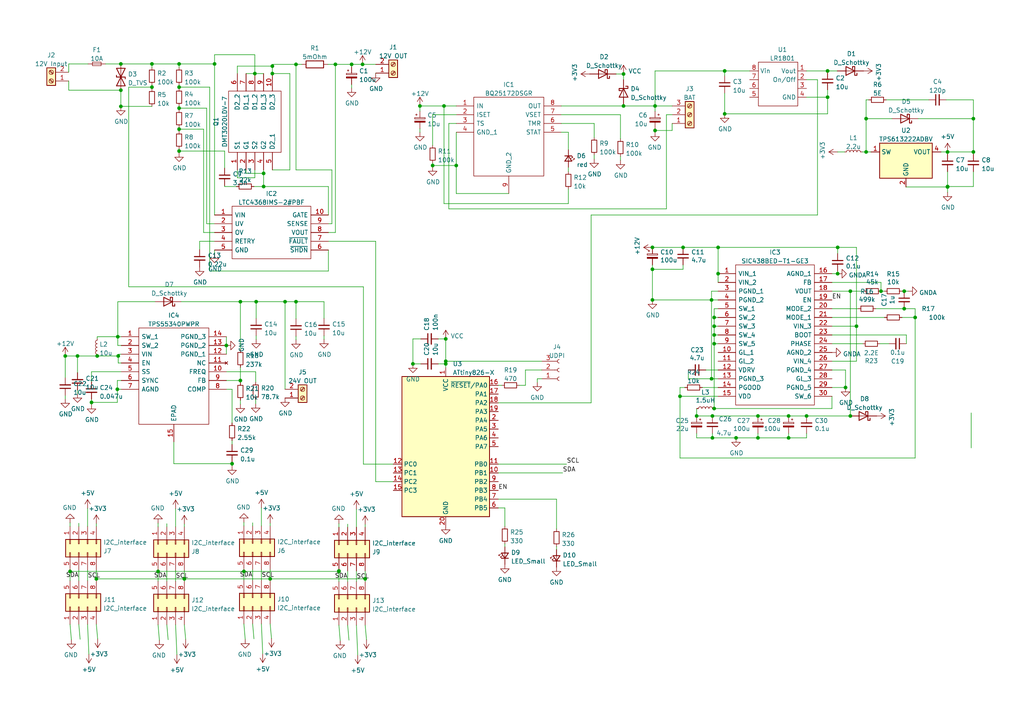
<source format=kicad_sch>
(kicad_sch (version 20211123) (generator eeschema)
  (paper "A4")
  (junction (at 82.677 87.503))
  (junction (at 206.629 127))
  (junction (at 76.454 54.102))
  (junction (at 132.334 48.006))
  (junction (at 207.137 94.615))
  (junction (at 207.137 99.695))
  (junction (at 20.32 165.735))
  (junction (at 207.137 118.491))
  (junction (at 44.069 25.273))
  (junction (at 274.828 54.102))
  (junction (at 51.943 18.542))
  (junction (at 121.793 30.734))
  (junction (at 62.23 18.542))
  (junction (at 78.994 21.336))
  (junction (at 274.828 44.069))
  (junction (at 70.739 165.735))
  (junction (at 228.727 127))
  (junction (at 26.543 116.713))
  (junction (at 189.23 71.755))
  (junction (at 242.951 71.755))
  (junction (at 44.069 18.542))
  (junction (at 85.852 87.503))
  (junction (at 125.476 48.006))
  (junction (at 51.943 37.465))
  (junction (at 189.23 78.105))
  (junction (at 251.206 44.069))
  (junction (at 35.052 30.861))
  (junction (at 69.723 87.503))
  (junction (at 119.761 105.537))
  (junction (at 28.194 103.251))
  (junction (at 210.185 20.574))
  (junction (at 35.052 18.542))
  (junction (at 105.918 167.894))
  (junction (at 101.981 18.669))
  (junction (at 35.052 26.162))
  (junction (at 98.298 165.608))
  (junction (at 262.255 89.535))
  (junction (at 207.137 92.075))
  (junction (at 78.994 19.177))
  (junction (at 51.943 25.273))
  (junction (at 207.137 97.155))
  (junction (at 246.634 84.455))
  (junction (at 208.28 71.755))
  (junction (at 242.951 79.375))
  (junction (at 129.286 105.537))
  (junction (at 34.163 97.663))
  (junction (at 255.524 84.455))
  (junction (at 219.837 127))
  (junction (at 219.837 120.65))
  (junction (at 208.28 79.375))
  (junction (at 97.282 18.669))
  (junction (at 210.185 33.02))
  (junction (at 69.723 110.363))
  (junction (at 213.487 127))
  (junction (at 51.943 43.815))
  (junction (at 206.629 120.65))
  (junction (at 53.467 167.894))
  (junction (at 189.992 37.846))
  (junction (at 245.237 112.395))
  (junction (at 282.321 44.069))
  (junction (at 129.286 104.775))
  (junction (at 180.848 30.734))
  (junction (at 274.828 54.229))
  (junction (at 240.03 28.194))
  (junction (at 189.992 30.734))
  (junction (at 189.23 86.995))
  (junction (at 197.231 114.935))
  (junction (at 206.375 86.995))
  (junction (at 105.156 18.669))
  (junction (at 198.12 71.755))
  (junction (at 180.848 21.463))
  (junction (at 34.29 103.251))
  (junction (at 98.298 165.735))
  (junction (at 233.934 120.65))
  (junction (at 27.94 167.894))
  (junction (at 251.206 34.417))
  (junction (at 51.943 31.369))
  (junction (at 74.295 87.503))
  (junction (at 76.454 50.292))
  (junction (at 248.412 94.615))
  (junction (at 85.852 18.669))
  (junction (at 128.778 30.734))
  (junction (at 18.923 103.251))
  (junction (at 34.036 112.903))
  (junction (at 73.914 21.336))
  (junction (at 228.727 120.65))
  (junction (at 265.43 92.075))
  (junction (at 67.31 134.493))
  (junction (at 282.321 34.417))
  (junction (at 22.479 103.251))
  (junction (at 78.359 167.894))
  (junction (at 65.659 100.203))
  (junction (at 246.634 120.65))
  (junction (at 129.286 98.298))
  (junction (at 262.255 84.455))
  (junction (at 202.057 120.65))
  (junction (at 45.847 165.735))
  (junction (at 240.03 20.574))
  (junction (at 206.375 109.855))
  (wire (pts (xy 70.739 165.735) (xy 98.298 165.735)))
  (wire (pts (xy 68.834 51.562) (xy 68.834 49.276)))
  (wire (pts (xy 119.761 105.537) (xy 122.047 105.537)))
  (wire (pts (xy 44.069 25.273) (xy 44.069 25.781)))
  (wire (pts (xy 233.934 120.65) (xy 228.727 120.65)))
  (wire (pts (xy 69.723 101.473) (xy 69.723 87.503)))
  (wire (pts (xy 228.727 120.65) (xy 219.837 120.65)))
  (wire (pts (xy 101.981 24.511) (xy 101.981 25.527)))
  (wire (pts (xy 50.419 128.143) (xy 50.419 134.493)))
  (wire (pts (xy 263.398 84.455) (xy 262.255 84.455)))
  (wire (pts (xy 98.298 165.608) (xy 98.298 165.735)))
  (wire (pts (xy 27.94 165.354) (xy 27.94 167.894)))
  (wire (pts (xy 60.833 25.273) (xy 51.943 25.273)))
  (wire (pts (xy 240.03 28.194) (xy 233.934 28.194)))
  (wire (pts (xy 282.321 44.704) (xy 282.321 44.069)))
  (wire (pts (xy 20.32 181.102) (xy 20.701 185.547)))
  (wire (pts (xy 20.32 165.735) (xy 45.847 165.735)))
  (wire (pts (xy 274.828 49.784) (xy 274.828 54.102)))
  (wire (pts (xy 25.4 165.354) (xy 25.4 168.402)))
  (wire (pts (xy 161.417 144.78) (xy 161.417 153.416)))
  (wire (pts (xy 105.41 134.62) (xy 114.046 134.62)))
  (wire (pts (xy 22.86 165.354) (xy 22.86 168.402)))
  (wire (pts (xy 207.137 92.075) (xy 207.137 94.615)))
  (wire (pts (xy 27.94 167.894) (xy 27.94 168.402)))
  (wire (pts (xy 251.206 34.417) (xy 251.206 28.956)))
  (wire (pts (xy 189.992 30.734) (xy 194.945 30.734)))
  (wire (pts (xy 34.036 110.363) (xy 34.036 112.903)))
  (wire (pts (xy 44.069 24.638) (xy 44.069 25.273)))
  (wire (pts (xy 67.31 122.682) (xy 67.31 112.903)))
  (wire (pts (xy 34.29 103.251) (xy 34.29 102.743)))
  (wire (pts (xy 242.951 71.755) (xy 208.28 71.755)))
  (wire (pts (xy 19.939 23.495) (xy 19.939 26.162)))
  (wire (pts (xy 262.89 97.155) (xy 262.89 99.695)))
  (wire (pts (xy 237.109 62.357) (xy 171.45 62.357)))
  (wire (pts (xy 193.294 60.579) (xy 130.175 60.579)))
  (wire (pts (xy 248.412 94.615) (xy 248.412 71.755)))
  (wire (pts (xy 219.837 127) (xy 213.487 127)))
  (wire (pts (xy 48.387 165.481) (xy 48.387 168.529)))
  (wire (pts (xy 59.944 64.897) (xy 59.944 31.369)))
  (wire (pts (xy 207.137 94.615) (xy 207.137 97.155)))
  (wire (pts (xy 144.526 137.16) (xy 163.195 137.16)))
  (wire (pts (xy 68.834 19.177) (xy 68.834 21.336)))
  (wire (pts (xy 95.25 72.517) (xy 95.25 78.613)))
  (wire (pts (xy 73.66 54.102) (xy 76.454 54.102)))
  (wire (pts (xy 179.959 33.274) (xy 162.814 33.274)))
  (wire (pts (xy 240.03 33.02) (xy 240.03 28.194)))
  (wire (pts (xy 254 89.535) (xy 262.255 89.535)))
  (wire (pts (xy 60.833 78.613) (xy 60.833 25.273)))
  (wire (pts (xy 51.943 43.18) (xy 51.943 43.815)))
  (wire (pts (xy 194.945 33.274) (xy 193.294 33.274)))
  (wire (pts (xy 128.778 59.055) (xy 128.778 30.734)))
  (wire (pts (xy 208.28 71.755) (xy 208.28 79.375)))
  (wire (pts (xy 67.31 112.903) (xy 65.659 112.903)))
  (wire (pts (xy 44.069 18.542) (xy 35.052 18.542)))
  (wire (pts (xy 274.447 28.956) (xy 282.321 28.956)))
  (wire (pts (xy 34.163 97.663) (xy 28.194 97.663)))
  (wire (pts (xy 161.417 144.78) (xy 144.526 144.78)))
  (wire (pts (xy 51.943 24.638) (xy 51.943 25.273)))
  (wire (pts (xy 103.378 181.356) (xy 103.759 189.992)))
  (wire (pts (xy 59.944 31.369) (xy 51.943 31.369)))
  (wire (pts (xy 103.378 165.608) (xy 103.378 168.656)))
  (wire (pts (xy 35.179 110.363) (xy 34.036 110.363)))
  (wire (pts (xy 67.31 134.493) (xy 67.31 135.128)))
  (wire (pts (xy 208.28 79.375) (xy 208.28 81.915)))
  (wire (pts (xy 125.476 48.006) (xy 125.476 48.387)))
  (wire (pts (xy 85.852 97.536) (xy 85.852 98.552)))
  (wire (pts (xy 207.137 97.155) (xy 208.28 97.155)))
  (wire (pts (xy 34.036 112.903) (xy 35.179 112.903)))
  (wire (pts (xy 82.677 112.903) (xy 82.677 87.503)))
  (wire (pts (xy 219.837 127) (xy 228.727 127)))
  (wire (pts (xy 189.992 30.734) (xy 189.992 32.258)))
  (wire (pts (xy 75.819 152.527) (xy 75.819 147.32)))
  (wire (pts (xy 257.048 28.956) (xy 269.367 28.956)))
  (wire (pts (xy 84.074 49.276) (xy 84.074 21.336)))
  (wire (pts (xy 74.168 110.871) (xy 74.168 107.823)))
  (wire (pts (xy 78.994 49.276) (xy 84.074 49.276)))
  (wire (pts (xy 65.659 110.363) (xy 69.723 110.363)))
  (wire (pts (xy 26.543 116.713) (xy 26.543 117.348)))
  (wire (pts (xy 73.279 152.527) (xy 73.279 151.638)))
  (wire (pts (xy 241.3 114.935) (xy 241.3 118.491)))
  (wire (pts (xy 108.966 21.209) (xy 108.966 21.336)))
  (wire (pts (xy 122.047 98.298) (xy 119.761 98.298)))
  (wire (pts (xy 202.057 120.65) (xy 202.057 118.491)))
  (wire (pts (xy 98.298 181.356) (xy 98.679 185.801)))
  (wire (pts (xy 51.943 25.273) (xy 51.943 25.654)))
  (wire (pts (xy 251.206 44.069) (xy 252.603 44.069)))
  (wire (pts (xy 34.036 112.903) (xy 34.036 116.713)))
  (wire (pts (xy 241.3 79.375) (xy 242.951 79.375)))
  (wire (pts (xy 101.981 18.669) (xy 105.156 18.669)))
  (wire (pts (xy 98.298 152.908) (xy 98.298 151.892)))
  (wire (pts (xy 93.98 97.409) (xy 93.98 98.425)))
  (wire (pts (xy 180.848 30.734) (xy 189.992 30.734)))
  (wire (pts (xy 189.23 71.755) (xy 198.12 71.755)))
  (wire (pts (xy 189.23 76.835) (xy 189.23 78.105)))
  (wire (pts (xy 208.28 84.455) (xy 206.375 84.455)))
  (wire (pts (xy 87.503 18.669) (xy 85.852 18.669)))
  (wire (pts (xy 53.467 165.481) (xy 53.467 167.894)))
  (wire (pts (xy 27.94 167.894) (xy 53.467 167.894)))
  (wire (pts (xy 193.294 33.274) (xy 193.294 60.579)))
  (wire (pts (xy 34.163 87.503) (xy 44.958 87.503)))
  (wire (pts (xy 208.28 89.535) (xy 207.137 89.535)))
  (wire (pts (xy 125.476 47.244) (xy 125.476 48.006)))
  (wire (pts (xy 210.185 20.574) (xy 210.185 21.971)))
  (wire (pts (xy 199.644 107.315) (xy 199.644 109.855)))
  (wire (pts (xy 73.914 49.276) (xy 73.914 51.562)))
  (wire (pts (xy 189.23 78.105) (xy 198.12 78.105)))
  (wire (pts (xy 35.179 105.283) (xy 34.29 105.283)))
  (wire (pts (xy 262.763 54.229) (xy 274.828 54.229)))
  (wire (pts (xy 207.137 118.491) (xy 207.137 99.695)))
  (wire (pts (xy 204.724 107.315) (xy 208.28 107.315)))
  (wire (pts (xy 71.374 49.276) (xy 71.374 50.292)))
  (wire (pts (xy 246.634 120.65) (xy 233.934 120.65)))
  (wire (pts (xy 164.846 48.514) (xy 164.846 49.784)))
  (wire (pts (xy 97.282 67.437) (xy 97.282 18.669)))
  (wire (pts (xy 65.151 43.815) (xy 51.943 43.815)))
  (wire (pts (xy 206.629 127) (xy 202.057 127)))
  (wire (pts (xy 164.846 43.434) (xy 164.846 38.354)))
  (wire (pts (xy 59.055 37.465) (xy 51.943 37.465)))
  (wire (pts (xy 62.23 72.517) (xy 62.23 73.66)))
  (wire (pts (xy 281.686 129.921) (xy 281.686 119.761)))
  (wire (pts (xy 78.359 180.975) (xy 78.74 185.166)))
  (wire (pts (xy 95.25 69.977) (xy 108.966 69.977)))
  (wire (pts (xy 26.543 107.823) (xy 26.543 110.744)))
  (wire (pts (xy 26.543 115.824) (xy 26.543 116.713)))
  (wire (pts (xy 65.659 97.663) (xy 65.659 100.203)))
  (wire (pts (xy 95.25 64.897) (xy 96.266 64.897)))
  (wire (pts (xy 25.4 152.654) (xy 25.4 147.447)))
  (wire (pts (xy 101.981 18.669) (xy 101.981 19.431)))
  (wire (pts (xy 25.4 181.102) (xy 25.781 189.738)))
  (wire (pts (xy 28.194 97.663) (xy 28.194 98.171)))
  (wire (pts (xy 255.524 81.915) (xy 255.524 84.455)))
  (wire (pts (xy 144.526 134.62) (xy 164.338 134.62)))
  (wire (pts (xy 194.945 37.846) (xy 189.992 37.846)))
  (wire (pts (xy 125.476 33.274) (xy 125.476 42.164)))
  (wire (pts (xy 45.847 181.229) (xy 46.228 185.674)))
  (wire (pts (xy 51.943 37.465) (xy 51.943 38.1)))
  (wire (pts (xy 73.279 165.227) (xy 73.279 168.275)))
  (wire (pts (xy 34.29 102.743) (xy 35.179 102.743)))
  (wire (pts (xy 78.994 19.177) (xy 78.994 18.669)))
  (wire (pts (xy 34.036 116.713) (xy 26.543 116.713)))
  (wire (pts (xy 65.151 48.768) (xy 65.151 43.815)))
  (wire (pts (xy 241.3 89.535) (xy 248.92 89.535)))
  (wire (pts (xy 242.951 44.069) (xy 244.983 44.069)))
  (wire (pts (xy 197.231 112.395) (xy 197.231 114.935)))
  (wire (pts (xy 265.43 132.842) (xy 265.43 92.075)))
  (wire (pts (xy 108.966 139.7) (xy 114.046 139.7)))
  (wire (pts (xy 127.127 105.537) (xy 129.286 105.537)))
  (wire (pts (xy 53.467 181.229) (xy 53.848 185.42)))
  (wire (pts (xy 105.156 18.669) (xy 108.966 18.669)))
  (wire (pts (xy 164.846 38.354) (xy 162.814 38.354)))
  (wire (pts (xy 125.476 48.006) (xy 132.334 48.006)))
  (wire (pts (xy 152.4 111.76) (xy 150.622 111.76)))
  (wire (pts (xy 240.03 26.035) (xy 240.03 28.194)))
  (wire (pts (xy 179.959 40.259) (xy 179.959 33.274)))
  (wire (pts (xy 248.412 71.755) (xy 242.951 71.755)))
  (wire (pts (xy 241.3 104.775) (xy 248.412 104.775)))
  (wire (pts (xy 74.168 107.823) (xy 65.659 107.823)))
  (wire (pts (xy 189.992 37.846) (xy 189.992 38.354)))
  (wire (pts (xy 84.074 21.336) (xy 78.994 21.336)))
  (wire (pts (xy 50.927 152.781) (xy 50.927 147.574)))
  (wire (pts (xy 22.479 113.157) (xy 22.479 114.173)))
  (wire (pts (xy 69.723 87.503) (xy 52.578 87.503)))
  (wire (pts (xy 22.86 152.654) (xy 22.86 151.765)))
  (wire (pts (xy 206.375 109.855) (xy 208.28 109.855)))
  (wire (pts (xy 51.943 18.542) (xy 51.943 19.558)))
  (wire (pts (xy 265.43 92.075) (xy 265.43 89.535)))
  (wire (pts (xy 85.852 49.276) (xy 85.852 18.669)))
  (wire (pts (xy 206.629 125.73) (xy 206.629 127)))
  (wire (pts (xy 241.3 94.615) (xy 248.412 94.615)))
  (wire (pts (xy 57.912 69.977) (xy 57.912 72.39)))
  (wire (pts (xy 96.266 64.897) (xy 96.266 49.276)))
  (wire (pts (xy 282.321 44.069) (xy 274.828 44.069)))
  (wire (pts (xy 98.298 165.735) (xy 98.298 168.656)))
  (wire (pts (xy 179.959 45.339) (xy 179.959 46.482)))
  (wire (pts (xy 69.723 116.078) (xy 69.723 117.221)))
  (wire (pts (xy 241.3 118.491) (xy 207.137 118.491)))
  (wire (pts (xy 22.86 181.102) (xy 23.241 185.42)))
  (wire (pts (xy 258.699 34.417) (xy 251.206 34.417)))
  (wire (pts (xy 207.137 99.695) (xy 208.28 99.695)))
  (wire (pts (xy 45.847 165.735) (xy 45.847 168.529)))
  (wire (pts (xy 132.334 56.134) (xy 147.574 56.134)))
  (wire (pts (xy 95.25 62.357) (xy 95.25 54.102)))
  (wire (pts (xy 207.137 89.535) (xy 207.137 92.075)))
  (wire (pts (xy 217.424 20.574) (xy 210.185 20.574)))
  (wire (pts (xy 50.419 134.493) (xy 67.31 134.493)))
  (wire (pts (xy 62.23 15.875) (xy 62.23 18.542)))
  (wire (pts (xy 50.927 181.229) (xy 51.308 189.865)))
  (wire (pts (xy 74.295 87.503) (xy 74.295 92.329)))
  (wire (pts (xy 219.837 125.73) (xy 219.837 127)))
  (wire (pts (xy 97.282 18.669) (xy 95.123 18.669)))
  (wire (pts (xy 53.467 152.781) (xy 53.467 152.019)))
  (wire (pts (xy 62.23 18.542) (xy 62.23 62.357)))
  (wire (pts (xy 73.914 21.336) (xy 76.454 21.336)))
  (wire (pts (xy 18.923 103.251) (xy 22.479 103.251)))
  (wire (pts (xy 161.417 158.496) (xy 161.417 159.385)))
  (wire (pts (xy 180.848 23.114) (xy 180.848 21.463)))
  (wire (pts (xy 65.151 54.102) (xy 65.151 53.848)))
  (wire (pts (xy 241.3 99.695) (xy 250.19 99.695)))
  (wire (pts (xy 242.951 71.755) (xy 242.951 73.533)))
  (wire (pts (xy 67.31 133.985) (xy 67.31 134.493)))
  (wire (pts (xy 62.23 64.897) (xy 59.944 64.897)))
  (wire (pts (xy 132.334 33.274) (xy 125.476 33.274)))
  (wire (pts (xy 208.28 114.935) (xy 197.231 114.935)))
  (wire (pts (xy 95.25 78.613) (xy 60.833 78.613)))
  (wire (pts (xy 22.479 103.251) (xy 28.194 103.251)))
  (wire (pts (xy 44.069 18.542) (xy 51.943 18.542)))
  (wire (pts (xy 37.338 25.273) (xy 37.338 83.185)))
  (wire (pts (xy 93.98 92.329) (xy 93.98 87.503)))
  (wire (pts (xy 129.286 104.775) (xy 157.099 104.775)))
  (wire (pts (xy 45.847 152.781) (xy 45.847 151.765)))
  (wire (pts (xy 78.359 165.227) (xy 78.359 167.894)))
  (wire (pts (xy 171.45 116.84) (xy 144.526 116.84)))
  (wire (pts (xy 50.927 165.481) (xy 50.927 168.529)))
  (wire (pts (xy 59.055 67.437) (xy 59.055 37.465)))
  (wire (pts (xy 25.527 18.542) (xy 19.939 18.542)))
  (wire (pts (xy 146.431 152.654) (xy 146.431 147.32)))
  (wire (pts (xy 189.992 20.574) (xy 189.992 30.734)))
  (wire (pts (xy 34.29 105.283) (xy 34.29 103.251)))
  (wire (pts (xy 180.848 21.463) (xy 178.689 21.463)))
  (wire (pts (xy 27.94 152.654) (xy 27.94 151.892)))
  (wire (pts (xy 128.778 30.734) (xy 121.793 30.734)))
  (wire (pts (xy 237.109 23.114) (xy 237.109 62.357)))
  (wire (pts (xy 240.03 20.955) (xy 240.03 20.574)))
  (wire (pts (xy 155.829 109.855) (xy 157.099 109.855)))
  (wire (pts (xy 51.943 30.734) (xy 51.943 31.369)))
  (wire (pts (xy 20.32 165.735) (xy 20.32 168.402)))
  (wire (pts (xy 48.387 152.781) (xy 48.387 151.892)))
  (wire (pts (xy 189.23 86.995) (xy 189.23 78.105)))
  (wire (pts (xy 146.431 157.734) (xy 146.431 158.623)))
  (wire (pts (xy 73.914 15.875) (xy 73.914 21.336)))
  (wire (pts (xy 82.677 87.503) (xy 74.295 87.503)))
  (wire (pts (xy 228.727 127) (xy 233.934 127)))
  (wire (pts (xy 162.814 30.734) (xy 180.848 30.734)))
  (wire (pts (xy 206.375 84.455) (xy 206.375 86.995)))
  (wire (pts (xy 241.3 107.315) (xy 245.237 107.315)))
  (wire (pts (xy 155.829 110.871) (xy 155.829 109.855)))
  (wire (pts (xy 48.387 181.229) (xy 48.768 185.547)))
  (wire (pts (xy 189.992 20.574) (xy 210.185 20.574)))
  (wire (pts (xy 78.359 152.527) (xy 78.359 151.765)))
  (wire (pts (xy 241.3 92.075) (xy 256.54 92.075)))
  (wire (pts (xy 202.057 125.73) (xy 202.057 127)))
  (wire (pts (xy 251.206 34.417) (xy 251.206 44.069)))
  (wire (pts (xy 73.914 15.875) (xy 62.23 15.875)))
  (wire (pts (xy 35.052 18.542) (xy 30.607 18.542)))
  (wire (pts (xy 74.168 115.951) (xy 74.168 117.094)))
  (wire (pts (xy 240.03 20.574) (xy 233.934 20.574)))
  (wire (pts (xy 68.58 54.102) (xy 65.151 54.102)))
  (wire (pts (xy 105.918 181.356) (xy 106.299 185.547)))
  (wire (pts (xy 146.431 147.32) (xy 144.526 147.32)))
  (wire (pts (xy 119.761 98.298) (xy 119.761 105.537)))
  (wire (pts (xy 241.3 84.455) (xy 246.634 84.455)))
  (wire (pts (xy 199.644 109.855) (xy 206.375 109.855)))
  (wire (pts (xy 251.206 28.956) (xy 251.968 28.956)))
  (wire (pts (xy 73.914 51.562) (xy 68.834 51.562)))
  (wire (pts (xy 130.175 35.814) (xy 132.334 35.814)))
  (wire (pts (xy 69.723 106.553) (xy 69.723 110.363)))
  (wire (pts (xy 75.819 165.227) (xy 75.819 168.275)))
  (wire (pts (xy 35.179 107.823) (xy 26.543 107.823)))
  (wire (pts (xy 35.052 30.861) (xy 35.052 26.162)))
  (wire (pts (xy 70.739 165.227) (xy 70.739 165.735)))
  (wire (pts (xy 51.943 18.542) (xy 62.23 18.542)))
  (wire (pts (xy 121.793 30.734) (xy 121.793 32.258)))
  (wire (pts (xy 245.237 112.395) (xy 241.3 112.395)))
  (wire (pts (xy 108.966 69.977) (xy 108.966 139.7)))
  (wire (pts (xy 34.163 97.663) (xy 34.163 87.503)))
  (wire (pts (xy 207.137 92.075) (xy 208.28 92.075)))
  (wire (pts (xy 105.918 152.908) (xy 105.918 152.146)))
  (wire (pts (xy 144.526 111.76) (xy 145.542 111.76)))
  (wire (pts (xy 266.319 34.417) (xy 282.321 34.417)))
  (wire (pts (xy 71.374 21.336) (xy 73.914 21.336)))
  (wire (pts (xy 228.727 125.73) (xy 228.727 127)))
  (wire (pts (xy 129.286 104.775) (xy 129.286 105.537)))
  (wire (pts (xy 246.634 84.455) (xy 250.444 84.455)))
  (wire (pts (xy 248.412 104.775) (xy 248.412 94.615)))
  (wire (pts (xy 18.923 114.681) (xy 18.923 115.697)))
  (wire (pts (xy 75.819 180.975) (xy 76.2 189.611)))
  (wire (pts (xy 241.3 81.915) (xy 255.524 81.915)))
  (wire (pts (xy 282.321 34.417) (xy 282.321 44.069)))
  (wire (pts (xy 74.295 97.409) (xy 74.295 98.425)))
  (wire (pts (xy 129.286 98.298) (xy 129.286 104.775)))
  (wire (pts (xy 241.3 97.155) (xy 262.89 97.155)))
  (wire (pts (xy 34.163 100.203) (xy 34.163 97.663)))
  (wire (pts (xy 37.338 83.185) (xy 105.41 83.185)))
  (wire (pts (xy 198.12 78.105) (xy 198.12 76.835)))
  (wire (pts (xy 78.359 167.894) (xy 78.359 168.275)))
  (wire (pts (xy 78.359 167.894) (xy 105.918 167.894)))
  (wire (pts (xy 233.934 23.114) (xy 237.109 23.114)))
  (wire (pts (xy 121.793 37.338) (xy 121.793 38.354)))
  (wire (pts (xy 261.62 92.075) (xy 265.43 92.075)))
  (wire (pts (xy 203.708 112.395) (xy 208.28 112.395)))
  (wire (pts (xy 132.334 38.354) (xy 132.334 48.006)))
  (wire (pts (xy 20.32 152.654) (xy 20.32 151.638)))
  (wire (pts (xy 67.31 127.762) (xy 67.31 128.905)))
  (wire (pts (xy 53.467 167.894) (xy 78.359 167.894)))
  (wire (pts (xy 35.179 97.663) (xy 34.163 97.663)))
  (wire (pts (xy 22.479 103.251) (xy 22.479 108.077)))
  (wire (pts (xy 129.286 98.298) (xy 127.127 98.298)))
  (wire (pts (xy 103.378 152.908) (xy 103.378 147.701)))
  (wire (pts (xy 189.992 37.338) (xy 189.992 37.846)))
  (wire (pts (xy 51.943 43.815) (xy 51.943 44.323)))
  (wire (pts (xy 78.994 21.336) (xy 78.994 19.177)))
  (wire (pts (xy 255.524 84.455) (xy 256.54 84.455)))
  (wire (pts (xy 197.231 114.935) (xy 197.231 132.842)))
  (wire (pts (xy 210.185 27.051) (xy 210.185 33.02)))
  (wire (pts (xy 164.846 59.055) (xy 128.778 59.055)))
  (wire (pts (xy 246.634 84.455) (xy 246.634 120.65)))
  (wire (pts (xy 219.837 120.65) (xy 206.629 120.65)))
  (wire (pts (xy 172.339 35.814) (xy 162.814 35.814)))
  (wire (pts (xy 206.375 86.995) (xy 206.375 109.855)))
  (wire (pts (xy 132.334 30.734) (xy 128.778 30.734)))
  (wire (pts (xy 262.255 84.455) (xy 261.62 84.455)))
  (wire (pts (xy 62.23 69.977) (xy 57.912 69.977)))
  (wire (pts (xy 130.175 60.579) (xy 130.175 35.814)))
  (wire (pts (xy 194.945 35.814) (xy 194.945 37.846)))
  (wire (pts (xy 20.32 165.354) (xy 20.32 165.735)))
  (wire (pts (xy 240.03 20.574) (xy 242.824 20.574)))
  (wire (pts (xy 282.321 49.784) (xy 282.321 54.102)))
  (wire (pts (xy 51.943 36.957) (xy 51.943 37.465)))
  (wire (pts (xy 164.846 54.864) (xy 164.846 59.055)))
  (wire (pts (xy 245.237 107.315) (xy 245.237 112.395)))
  (wire (pts (xy 242.951 79.375) (xy 242.951 78.613)))
  (wire (pts (xy 152.4 107.315) (xy 152.4 111.76)))
  (wire (pts (xy 78.994 18.669) (xy 85.852 18.669)))
  (wire (pts (xy 197.231 132.842) (xy 265.43 132.842)))
  (wire (pts (xy 274.828 44.069) (xy 272.923 44.069)))
  (wire (pts (xy 27.94 181.102) (xy 28.321 185.293)))
  (wire (pts (xy 172.339 44.958) (xy 172.339 46.101)))
  (wire (pts (xy 97.282 18.669) (xy 101.981 18.669)))
  (wire (pts (xy 210.185 33.02) (xy 240.03 33.02)))
  (wire (pts (xy 70.739 165.735) (xy 70.739 168.275)))
  (wire (pts (xy 71.374 50.292) (xy 76.454 50.292)))
  (wire (pts (xy 18.923 103.251) (xy 18.923 109.601)))
  (wire (pts (xy 76.454 54.102) (xy 76.454 50.292)))
  (wire (pts (xy 69.723 110.363) (xy 69.723 110.998)))
  (wire (pts (xy 207.137 97.155) (xy 207.137 99.695)))
  (wire (pts (xy 233.934 125.73) (xy 233.934 127)))
  (wire (pts (xy 53.467 167.894) (xy 53.467 168.529)))
  (wire (pts (xy 70.739 152.527) (xy 70.739 151.511)))
  (wire (pts (xy 85.852 87.503) (xy 82.677 87.503)))
  (wire (pts (xy 105.41 83.185) (xy 105.41 134.62)))
  (wire (pts (xy 262.255 89.535) (xy 265.43 89.535)))
  (wire (pts (xy 96.266 49.276) (xy 85.852 49.276)))
  (wire (pts (xy 93.98 87.503) (xy 85.852 87.503)))
  (wire (pts (xy 74.295 87.503) (xy 69.723 87.503)))
  (wire (pts (xy 35.179 100.203) (xy 34.163 100.203)))
  (wire (pts (xy 44.069 19.558) (xy 44.069 18.542)))
  (wire (pts (xy 28.194 103.251) (xy 34.29 103.251)))
  (wire (pts (xy 76.454 50.292) (xy 76.454 49.276)))
  (wire (pts (xy 213.487 127) (xy 206.629 127)))
  (wire (pts (xy 100.838 181.356) (xy 101.219 185.674)))
  (wire (pts (xy 44.069 25.273) (xy 37.338 25.273)))
  (wire (pts (xy 274.828 54.229) (xy 274.828 55.753)))
  (wire (pts (xy 85.852 92.456) (xy 85.852 87.503)))
  (wire (pts (xy 95.25 67.437) (xy 97.282 67.437)))
  (wire (pts (xy 274.828 44.704) (xy 274.828 44.069)))
  (wire (pts (xy 206.375 86.995) (xy 189.23 86.995)))
  (wire (pts (xy 171.45 62.357) (xy 171.45 116.84)))
  (wire (pts (xy 282.321 54.102) (xy 274.828 54.102)))
  (wire (pts (xy 208.28 86.995) (xy 206.375 86.995)))
  (wire (pts (xy 132.334 48.006) (xy 132.334 56.134)))
  (wire (pts (xy 95.25 54.102) (xy 76.454 54.102)))
  (wire (pts (xy 250.063 44.069) (xy 251.206 44.069)))
  (wire (pts (xy 282.321 28.956) (xy 282.321 34.417)))
  (wire (pts (xy 129.286 105.537) (xy 129.286 106.68)))
  (wire (pts (xy 207.137 94.615) (xy 208.28 94.615)))
  (wire (pts (xy 19.939 18.542) (xy 19.939 20.955)))
  (wire (pts (xy 78.994 19.177) (xy 68.834 19.177)))
  (wire (pts (xy 70.739 180.975) (xy 71.12 185.42)))
  (wire (pts (xy 255.27 99.695) (xy 257.81 99.695)))
  (wire (pts (xy 105.918 165.608) (xy 105.918 167.894)))
  (wire (pts (xy 206.629 120.65) (xy 202.057 120.65)))
  (wire (pts (xy 100.838 152.908) (xy 100.838 152.019)))
  (wire (pts (xy 105.918 167.894) (xy 105.918 168.656)))
  (wire (pts (xy 62.23 67.437) (xy 59.055 67.437)))
  (wire (pts (xy 274.828 54.102) (xy 274.828 54.229)))
  (wire (pts (xy 198.12 71.755) (xy 208.28 71.755)))
  (wire (pts (xy 198.628 112.395) (xy 197.231 112.395)))
  (wire (pts (xy 100.838 165.608) (xy 100.838 168.656)))
  (wire (pts (xy 45.847 165.735) (xy 70.739 165.735)))
  (wire (pts (xy 157.099 107.315) (xy 152.4 107.315)))
  (wire (pts (xy 44.069 30.861) (xy 35.052 30.861)))
  (wire (pts (xy 45.847 165.481) (xy 45.847 165.735)))
  (wire (pts (xy 172.339 39.878) (xy 172.339 35.814)))
  (wire (pts (xy 51.943 31.369) (xy 51.943 31.877)))
  (wire (pts (xy 19.939 26.162) (xy 35.052 26.162)))
  (wire (pts (xy 65.659 100.203) (xy 65.659 102.743)))
  (wire (pts (xy 73.279 180.975) (xy 73.66 185.293)))
  (label "SCL" (at 164.338 134.62 0))
  (label "SCL" (at 75.819 167.767 0))
  (label "SDA" (at 48.387 167.894 180))
  (label "SDA" (at 73.279 167.64 180))
  (label "EN" (at 241.3 86.995 0))
  (label "SCL" (at 25.4 167.894 0))
  (label "EN" (at 144.526 142.24 0))
  (label "SDA" (at 22.86 167.767 180))
  (label "SCL" (at 50.927 168.021 0))
  (label "SCL" (at 103.378 168.148 0))
  (label "SDA" (at 100.838 168.021 180))
  (label "SDA" (at 163.195 137.16 0))
  (symbol (lib_id "Device:D_Schottky") (at 174.879 21.463 180) (unit 1)
    (property "Reference" "D2" (at 175.1965 16.4932 0))
    (property "Value" "D_Schottky" (at 175.1965 19.0301 0))
    (property "Footprint" "Diode_SMD:D_SOD-128" (effects hide))
  )
  (symbol (lib_id "Device:C_Small") (at 57.912 74.93 0) (unit 1)
    (property "Reference" "C13" (at 60.2361 74.1016 0) (effects (justify left)))
    (property "Value" "0.22u" (at 60.2361 76.6385 0) (effects (justify left)))
    (property "Footprint" "Capacitor_SMD:C_0805_2012Metric_Pad1.18x1.45mm_HandSolder" (effects hide))
  )
  (symbol (lib_id "power:GND") (at 82.677 115.443 0) (unit 1)
    (property "Reference" "#PWR031" (effects hide))
    (property "Value" "GND" (at 82.804 119.8372 0))
  )
  (symbol (lib_id "Device:C_Small") (at 242.951 76.073 0) (unit 1)
    (property "Reference" "C12" (at 245.2878 74.9046 0) (effects (justify left)))
    (property "Value" "0.1u" (at 245.2878 77.216 0) (effects (justify left)))
    (property "Footprint" "Capacitor_SMD:C_0805_2012Metric_Pad1.18x1.45mm_HandSolder" (effects hide))
  )
  (symbol (lib_id "power_board-rescue:CP_Small-Device") (at 189.23 74.295 0) (unit 1)
    (property "Reference" "C10" (at 191.4652 73.1266 0) (effects (justify left)))
    (property "Value" "100u" (at 191.4652 75.438 0) (effects (justify left)))
    (property "Footprint" "Capacitor_SMD:CP_Elec_8x10.5" (effects hide))
  )
  (symbol (lib_id "SIC438BED-T1-GE3:SIC438BED-T1-GE3") (at 208.28 79.375 0) (unit 1)
    (property "Reference" "IC3" (at 224.79 73.186 0))
    (property "Value" "SIC438BED-T1-GE3" (at 224.79 75.7229 0))
    (property "Footprint" "SIC438BED-T1-GE3:SIC438BEDT1GE3" (effects hide))
    (property "Datasheet" "https://componentsearchengine.com/Datasheets/1/SIC438BED-T1-GE3.pdf" (effects hide))
    (property "Description" "Switching Voltage Regulators 3-28V 8A 50uA microBUCK MLP44-24" (effects hide))
    (property "Height" "0.8" (effects hide))
    (property "Manufacturer_Name" "Vishay" (effects hide))
    (property "Manufacturer_Part_Number" "SIC438BED-T1-GE3" (effects hide))
    (property "Mouser Part Number" "78-SIC438BED-T1-GE3" (effects hide))
    (property "Mouser Price/Stock" "https://www.mouser.co.uk/ProductDetail/Vishay-Siliconix/SIC438BED-T1-GE3?qs=wd5RIQLrsJhAHAqoS3ITiQ%3D%3D" (effects hide))
    (property "Arrow Part Number" "SIC438BED-T1-GE3" (effects hide))
    (property "Arrow Price/Stock" "https://www.arrow.com/en/products/sic438bed-t1-ge3/vishay?region=nac" (effects hide))
  )
  (symbol (lib_id "power_board-rescue:CP_Small-Device") (at 228.727 123.19 0) (mirror y) (unit 1)
    (property "Reference" "C28" (at 226.4918 122.0216 0) (effects (justify left)))
    (property "Value" "100u" (at 226.4918 124.333 0) (effects (justify left)))
    (property "Footprint" "Capacitor_SMD:CP_Elec_6.3x3.9" (effects hide))
  )
  (symbol (lib_id "VNA-rescue:+3.3V-power") (at 106.299 185.547 0) (mirror x) (unit 1)
    (property "Reference" "#PWR059" (effects hide))
    (property "Value" "+3.3V" (at 106.68 189.9412 0))
  )
  (symbol (lib_id "Device:C_Small") (at 22.479 110.617 180) (unit 1)
    (property "Reference" "C21" (at 24.8031 109.7759 0) (effects (justify right)))
    (property "Value" "10u" (at 24.8031 112.3128 0) (effects (justify right)))
    (property "Footprint" "Capacitor_SMD:C_0805_2012Metric_Pad1.18x1.45mm_HandSolder" (effects hide))
  )
  (symbol (lib_id "power:GND") (at 70.739 151.511 180) (unit 1)
    (property "Reference" "#PWR043" (effects hide))
    (property "Value" "GND" (at 70.612 147.1168 0))
  )
  (symbol (lib_id "power:+5V") (at 25.4 147.447 0) (mirror y) (unit 1)
    (property "Reference" "#PWR040" (effects hide))
    (property "Value" "+5V" (at 25.4 143.0036 0))
  )
  (symbol (lib_id "power:GND") (at 189.992 38.354 0) (mirror y) (unit 1)
    (property "Reference" "#PWR011" (effects hide))
    (property "Value" "GND" (at 189.865 42.7482 0))
  )
  (symbol (lib_id "power:GND") (at 69.723 117.221 0) (unit 1)
    (property "Reference" "#PWR034" (effects hide))
    (property "Value" "GND" (at 69.85 121.6152 0))
  )
  (symbol (lib_id "Device:C_Small") (at 233.934 123.19 0) (unit 1)
    (property "Reference" "C30" (at 236.2708 122.0216 0) (effects (justify left)))
    (property "Value" "0.1u" (at 236.2708 124.333 0) (effects (justify left)))
    (property "Footprint" "Capacitor_SMD:C_0805_2012Metric_Pad1.18x1.45mm_HandSolder" (effects hide))
  )
  (symbol (lib_id "Regulator_Switching:TPS613222ADBV") (at 262.763 46.609 0) (unit 1)
    (property "Reference" "U2" (at 262.763 37.8292 0))
    (property "Value" "TPS613222ADBV" (at 262.763 40.3661 0))
    (property "Footprint" "Package_TO_SOT_SMD:SOT-23-5" (effects hide))
    (property "Datasheet" "http://www.ti.com/lit/ds/symlink/tps61322.pdf" (effects hide))
  )
  (symbol (lib_id "power:GND") (at 121.793 38.354 0) (unit 1)
    (property "Reference" "#PWR010" (effects hide))
    (property "Value" "GND" (at 121.92 42.7482 0))
  )
  (symbol (lib_id "Device:R_Small") (at 161.417 155.956 0) (unit 1)
    (property "Reference" "R26" (at 162.9156 155.1213 0) (effects (justify left)))
    (property "Value" "330" (at 162.9156 157.6582 0) (effects (justify left)))
    (property "Footprint" "Resistor_SMD:R_0805_2012Metric_Pad1.20x1.40mm_HandSolder" (effects hide))
  )
  (symbol (lib_id "Device:C_Small") (at 124.587 98.298 90) (unit 1)
    (property "Reference" "C18" (at 123.7586 95.9739 0) (effects (justify left)))
    (property "Value" "100n" (at 126.2955 95.9739 0) (effects (justify left)))
    (property "Footprint" "Capacitor_SMD:C_0805_2012Metric_Pad1.18x1.45mm_HandSolder" (effects hide))
  )
  (symbol (lib_id "Device:R_Small") (at 51.943 22.098 0) (unit 1)
    (property "Reference" "R3" (at 53.4416 21.2633 0) (effects (justify left)))
    (property "Value" "100k" (at 53.4416 23.8002 0) (effects (justify left)))
    (property "Footprint" "Resistor_SMD:R_0805_2012Metric_Pad1.20x1.40mm_HandSolder" (effects hide))
  )
  (symbol (lib_id "Device:D_Schottky") (at 262.509 34.417 180) (unit 1)
    (property "Reference" "D5" (at 262.8265 29.4472 0))
    (property "Value" "D_Schottky" (at 262.8265 31.9841 0))
    (property "Footprint" "Diode_SMD:D_SOD-128" (effects hide))
  )
  (symbol (lib_id "power:GND") (at 74.295 98.425 0) (unit 1)
    (property "Reference" "#PWR023" (effects hide))
    (property "Value" "GND" (at 74.422 102.8192 0))
  )
  (symbol (lib_id "power:GND") (at 189.23 86.995 0) (unit 1)
    (property "Reference" "#PWR066" (effects hide))
    (property "Value" "GND" (at 189.357 91.3892 0))
  )
  (symbol (lib_id "power:GND") (at 65.659 100.203 90) (unit 1)
    (property "Reference" "#PWR026" (effects hide))
    (property "Value" "GND" (at 70.0532 100.076 0))
  )
  (symbol (lib_id "Device:C_Small") (at 210.185 24.511 0) (unit 1)
    (property "Reference" "C3" (at 212.5091 23.6826 0) (effects (justify left)))
    (property "Value" "10u" (at 212.5091 26.2195 0) (effects (justify left)))
    (property "Footprint" "Capacitor_SMD:C_0805_2012Metric_Pad1.18x1.45mm_HandSolder" (effects hide))
  )
  (symbol (lib_id "Connector:Screw_Terminal_01x03") (at 200.025 33.274 0) (mirror x) (unit 1)
    (property "Reference" "J3" (at 200.025 25.7642 0))
    (property "Value" "BAT" (at 200.025 28.3011 0))
    (property "Footprint" "TerminalBlock:TerminalBlock_bornier-3_P5.08mm" (effects hide))
  )
  (symbol (lib_id "Device:C_Small") (at 67.31 131.445 0) (unit 1)
    (property "Reference" "C29" (at 69.6341 130.6166 0) (effects (justify left)))
    (property "Value" "0.1u" (at 69.6341 133.1535 0) (effects (justify left)))
    (property "Footprint" "Capacitor_SMD:C_0805_2012Metric_Pad1.18x1.45mm_HandSolder" (effects hide))
  )
  (symbol (lib_id "Device:LED_Small") (at 146.431 161.163 90) (unit 1)
    (property "Reference" "D9" (at 148.209 160.2648 90) (effects (justify right)))
    (property "Value" "LED_Small" (at 148.209 162.8017 90) (effects (justify right)))
    (property "Footprint" "LED_SMD:LED_0603_1608Metric_Pad1.05x0.95mm_HandSolder" (effects hide))
  )
  (symbol (lib_id "BQ25172DSGR:BQ25172DSGR") (at 132.334 30.734 0) (unit 1)
    (property "Reference" "IC1" (at 147.574 24.545 0))
    (property "Value" "BQ25172DSGR" (at 147.574 27.0819 0))
    (property "Footprint" "BQ25172DSGR:SON50P200X200X80-9N" (effects hide))
    (property "Datasheet" "https://www.arrow.com/en/products/bq25172dsgr/texas-instruments?region=nac" (effects hide))
    (property "Description" "Battery Management 0.8-A, one- to six-cell NiMH stand-alone linear charger in a QFN package" (effects hide))
    (property "Height" "0.8" (effects hide))
    (property "Manufacturer_Name" "Texas Instruments" (effects hide))
    (property "Manufacturer_Part_Number" "BQ25172DSGR" (effects hide))
    (property "Mouser Part Number" "595-BQ25172DSGR" (effects hide))
    (property "Mouser Price/Stock" "https://www.mouser.co.uk/ProductDetail/Texas-Instruments/BQ25172DSGR?qs=tlsG%2FOw5FFgckLJXIVn4PA%3D%3D" (effects hide))
    (property "Arrow Part Number" "BQ25172DSGR" (effects hide))
    (property "Arrow Price/Stock" "https://www.arrow.com/en/products/bq25172dsgr/texas-instruments?region=nac" (effects hide))
  )
  (symbol (lib_id "VNA-rescue:+3.3V-power") (at 27.94 151.892 0) (unit 1)
    (property "Reference" "#PWR047" (effects hide))
    (property "Value" "+3.3V" (at 28.321 147.4978 0))
  )
  (symbol (lib_id "Device:R_Small") (at 51.943 34.417 0) (unit 1)
    (property "Reference" "R7" (at 53.4416 33.5823 0) (effects (justify left)))
    (property "Value" "100k" (at 53.4416 36.1192 0) (effects (justify left)))
    (property "Footprint" "Resistor_SMD:R_0805_2012Metric_Pad1.20x1.40mm_HandSolder" (effects hide))
  )
  (symbol (lib_id "VNA-rescue:+3.3V-power") (at 105.918 152.146 0) (unit 1)
    (property "Reference" "#PWR050" (effects hide))
    (property "Value" "+3.3V" (at 106.299 147.7518 0))
  )
  (symbol (lib_id "Device:R_Small") (at 69.723 104.013 0) (unit 1)
    (property "Reference" "R18" (at 71.2216 103.1783 0) (effects (justify left)))
    (property "Value" "237k" (at 71.2216 105.7152 0) (effects (justify left)))
    (property "Footprint" "Resistor_SMD:R_0805_2012Metric_Pad1.20x1.40mm_HandSolder" (effects hide))
  )
  (symbol (lib_id "Device:R_Small") (at 254.508 28.956 90) (unit 1)
    (property "Reference" "R6" (at 254.508 24.5196 90))
    (property "Value" "5E" (at 254.508 27.0565 90))
    (property "Footprint" "Resistor_SMD:R_0805_2012Metric_Pad1.20x1.40mm_HandSolder" (effects hide))
  )
  (symbol (lib_id "Device:L_Small") (at 247.523 44.069 90) (unit 1)
    (property "Reference" "L1" (at 247.523 39.9882 90))
    (property "Value" "2.2u" (at 247.523 42.5251 90))
    (property "Footprint" "Inductor_SMD:L_Bourns_SRN6045TA" (effects hide))
  )
  (symbol (lib_id "Device:C_Small") (at 65.151 51.308 0) (unit 1)
    (property "Reference" "C9" (at 67.4751 50.4796 0) (effects (justify left)))
    (property "Value" "3.3n" (at 67.4751 53.0165 0) (effects (justify left)))
    (property "Footprint" "Capacitor_SMD:C_0805_2012Metric_Pad1.18x1.45mm_HandSolder" (effects hide))
  )
  (symbol (lib_id "power:GND") (at 20.32 151.638 180) (unit 1)
    (property "Reference" "#PWR044" (effects hide))
    (property "Value" "GND" (at 20.193 147.2438 0))
  )
  (symbol (lib_id "Device:C_Small") (at 18.923 112.141 180) (unit 1)
    (property "Reference" "C22" (at 21.2471 111.2999 0) (effects (justify right)))
    (property "Value" "10u" (at 21.2471 113.8368 0) (effects (justify right)))
    (property "Footprint" "Capacitor_SMD:C_0805_2012Metric_Pad1.18x1.45mm_HandSolder" (effects hide))
  )
  (symbol (lib_id "power:GND") (at 71.12 185.42 0) (mirror y) (unit 1)
    (property "Reference" "#PWR057" (effects hide))
    (property "Value" "GND" (at 70.993 189.8142 0))
  )
  (symbol (lib_id "power:+12V") (at 189.23 71.755 90) (unit 1)
    (property "Reference" "#PWR019" (effects hide))
    (property "Value" "+12V" (at 184.8358 71.374 0))
  )
  (symbol (lib_id "Connector:Screw_Terminal_01x02") (at 114.046 21.209 0) (mirror x) (unit 1)
    (property "Reference" "J1" (at 114.046 13.6992 0))
    (property "Value" "12V OUT" (at 114.046 16.2361 0))
    (property "Footprint" "TerminalBlock:TerminalBlock_bornier-2_P5.08mm" (effects hide))
  )
  (symbol (lib_id "VNA-rescue:+3.3V-power") (at 53.848 185.42 0) (mirror x) (unit 1)
    (property "Reference" "#PWR056" (effects hide))
    (property "Value" "+3.3V" (at 54.229 189.8142 0))
  )
  (symbol (lib_id "Device:R_Small") (at 148.082 111.76 90) (unit 1)
    (property "Reference" "R19" (at 148.082 107.3236 90))
    (property "Value" "470" (at 148.082 109.8605 90))
    (property "Footprint" "Resistor_SMD:R_0805_2012Metric_Pad1.20x1.40mm_HandSolder" (effects hide))
  )
  (symbol (lib_id "Device:C_Small") (at 260.35 99.695 270) (mirror x) (unit 1)
    (property "Reference" "C19" (at 260.35 104.775 90))
    (property "Value" "0.1u" (at 260.35 102.235 90))
    (property "Footprint" "Capacitor_SMD:C_0805_2012Metric_Pad1.18x1.45mm_HandSolder" (effects hide))
  )
  (symbol (lib_id "my_libs_6:LR1801") (at 226.314 24.384 0) (mirror y) (unit 1)
    (property "Reference" "U1" (at 226.949 14.385 0))
    (property "Value" "LR1801" (at 226.949 16.9219 0))
    (property "Footprint" "Package_SO:HSOP-8-1EP_3.9x4.9mm_P1.27mm_EP2.41x3.1mm_ThermalVias" (effects hide))
  )
  (symbol (lib_id "power:GND") (at 172.339 46.101 0) (unit 1)
    (property "Reference" "#PWR015" (effects hide))
    (property "Value" "GND" (at 172.466 50.4952 0))
  )
  (symbol (lib_id "Device:R_Small") (at 259.08 84.455 270) (unit 1)
    (property "Reference" "R15" (at 259.08 79.4766 90))
    (property "Value" "10k" (at 259.08 81.788 90))
    (property "Footprint" "Resistor_SMD:R_0805_2012Metric_Pad1.20x1.40mm_HandSolder" (effects hide))
  )
  (symbol (lib_id "Device:R_Small") (at 51.943 28.194 0) (unit 1)
    (property "Reference" "R4" (at 53.4416 27.3593 0) (effects (justify left)))
    (property "Value" "100k" (at 53.4416 29.8962 0) (effects (justify left)))
    (property "Footprint" "Resistor_SMD:R_0805_2012Metric_Pad1.20x1.40mm_HandSolder" (effects hide))
  )
  (symbol (lib_id "Device:R_Small") (at 252.984 84.455 270) (unit 1)
    (property "Reference" "R14" (at 252.984 79.4766 90))
    (property "Value" "45k" (at 252.984 81.788 90))
    (property "Footprint" "Resistor_SMD:R_0805_2012Metric_Pad1.20x1.40mm_HandSolder" (effects hide))
  )
  (symbol (lib_id "power:GND") (at 129.286 152.4 0) (unit 1)
    (property "Reference" "#PWR051" (effects hide))
    (property "Value" "GND" (at 129.286 156.8434 0))
  )
  (symbol (lib_id "power:+5V") (at 51.308 189.865 180) (unit 1)
    (property "Reference" "#PWR064" (effects hide))
    (property "Value" "+5V" (at 51.308 194.3084 0))
  )
  (symbol (lib_id "power:GND") (at 101.981 25.527 0) (unit 1)
    (property "Reference" "#PWR06" (effects hide))
    (property "Value" "GND" (at 102.108 29.9212 0))
  )
  (symbol (lib_id "power:VCC") (at 180.848 21.463 0) (unit 1)
    (property "Reference" "#PWR05" (effects hide))
    (property "Value" "VCC" (at 182.245 20.6268 0) (effects (justify left)))
  )
  (symbol (lib_id "TPS55340PWPR:TPS55340PWPR") (at 35.179 97.663 0) (unit 1)
    (property "Reference" "IC4" (at 50.419 91.474 0))
    (property "Value" "TPS55340PWPR" (at 50.419 94.0109 0))
    (property "Footprint" "TPS55340PWPR:SOP65P640X120-15N" (effects hide))
    (property "Datasheet" "http://www.ti.com/lit/gpn/tps55340" (effects hide))
    (property "Description" "Integrated, 5-A 40-V Wide Input Range Boost/SEPIC/Flyback DC-DC Regulator" (effects hide))
    (property "Height" "1.2" (effects hide))
    (property "Manufacturer_Name" "Texas Instruments" (effects hide))
    (property "Manufacturer_Part_Number" "TPS55340PWPR" (effects hide))
    (property "Mouser Part Number" "595-TPS55340PWPR" (effects hide))
    (property "Mouser Price/Stock" "https://www.mouser.co.uk/ProductDetail/Texas-Instruments/TPS55340PWPR?qs=E2%2FxqS9xjzo3Vv60yZnJdg%3D%3D" (effects hide))
    (property "Arrow Part Number" "TPS55340PWPR" (effects hide))
    (property "Arrow Price/Stock" "https://www.arrow.com/en/products/tps55340pwpr/texas-instruments?region=nac" (effects hide))
  )
  (symbol (lib_id "Device:R_Small") (at 146.431 155.194 0) (unit 1)
    (property "Reference" "R25" (at 147.9296 154.3593 0) (effects (justify left)))
    (property "Value" "330" (at 147.9296 156.8962 0) (effects (justify left)))
    (property "Footprint" "Resistor_SMD:R_0805_2012Metric_Pad1.20x1.40mm_HandSolder" (effects hide))
  )
  (symbol (lib_id "Device:R_Small") (at 44.069 28.321 0) (unit 1)
    (property "Reference" "R5" (at 45.5676 27.4863 0) (effects (justify left)))
    (property "Value" "10k" (at 45.5676 30.0232 0) (effects (justify left)))
    (property "Footprint" "Resistor_SMD:R_0805_2012Metric_Pad1.20x1.40mm_HandSolder" (effects hide))
  )
  (symbol (lib_id "power:+12V") (at 105.156 18.669 0) (unit 1)
    (property "Reference" "#PWR01" (effects hide))
    (property "Value" "+12V" (at 105.156 15.0932 0))
  )
  (symbol (lib_id "power:GND") (at 51.943 44.323 0) (unit 1)
    (property "Reference" "#PWR014" (effects hide))
    (property "Value" "GND" (at 52.07 48.7172 0))
  )
  (symbol (lib_id "Device:D_Schottky") (at 180.848 26.924 270) (unit 1)
    (property "Reference" "D4" (at 182.88 25.7718 90) (effects (justify left)))
    (property "Value" "D_Schottky" (at 182.88 28.3087 90) (effects (justify left)))
    (property "Footprint" "Diode_SMD:D_SOD-128" (effects hide))
  )
  (symbol (lib_id "VNA-rescue:+3.3V-power") (at 28.321 185.293 0) (mirror x) (unit 1)
    (property "Reference" "#PWR055" (effects hide))
    (property "Value" "+3.3V" (at 28.702 189.6872 0))
  )
  (symbol (lib_id "power_board-rescue:CP_Small-Device") (at 202.057 123.19 0) (mirror y) (unit 1)
    (property "Reference" "C25" (at 199.8218 122.0216 0) (effects (justify left)))
    (property "Value" "22u" (at 199.8218 124.333 0) (effects (justify left)))
    (property "Footprint" "Capacitor_SMD:CP_Elec_6.3x3.9" (effects hide))
  )
  (symbol (lib_id "power:GND") (at 210.185 33.02 0) (unit 1)
    (property "Reference" "#PWR09" (effects hide))
    (property "Value" "GND" (at 210.312 37.4142 0))
  )
  (symbol (lib_id "power:+12V") (at 18.923 103.251 0) (unit 1)
    (property "Reference" "#PWR027" (effects hide))
    (property "Value" "+12V" (at 18.923 99.6752 0))
  )
  (symbol (lib_id "VNA-rescue:+3.3V-power") (at 78.359 151.765 0) (unit 1)
    (property "Reference" "#PWR046" (effects hide))
    (property "Value" "+3.3V" (at 78.74 147.3708 0))
  )
  (symbol (lib_id "power:+5V") (at 25.781 189.738 180) (unit 1)
    (property "Reference" "#PWR063" (effects hide))
    (property "Value" "+5V" (at 25.781 194.1814 0))
  )
  (symbol (lib_id "Device:C_Small") (at 74.295 94.869 180) (unit 1)
    (property "Reference" "C14" (at 76.6191 94.0279 0) (effects (justify right)))
    (property "Value" "10u" (at 76.6191 96.5648 0) (effects (justify right)))
    (property "Footprint" "Capacitor_SMD:C_0805_2012Metric_Pad1.18x1.45mm_HandSolder" (effects hide))
  )
  (symbol (lib_id "Device:R_Small") (at 201.168 112.395 90) (unit 1)
    (property "Reference" "R24" (at 201.168 107.9586 90))
    (property "Value" "10k" (at 201.168 110.4955 90))
    (property "Footprint" "Resistor_SMD:R_0805_2012Metric_Pad1.20x1.40mm_HandSolder" (effects hide))
  )
  (symbol (lib_id "Device:L_Small") (at 204.597 118.491 90) (unit 1)
    (property "Reference" "L3" (at 204.597 113.792 90))
    (property "Value" "1.5uH" (at 204.597 116.1034 90))
    (property "Footprint" "Inductor_SMD:L_Sunlord_MWSA1003S" (effects hide))
  )
  (symbol (lib_id "power:GND") (at 274.828 55.753 0) (unit 1)
    (property "Reference" "#PWR018" (effects hide))
    (property "Value" "GND" (at 274.955 60.1472 0))
  )
  (symbol (lib_id "VNA-rescue:+3.3V-power") (at 53.467 152.019 0) (unit 1)
    (property "Reference" "#PWR049" (effects hide))
    (property "Value" "+3.3V" (at 53.848 147.6248 0))
  )
  (symbol (lib_id "power:GND") (at 67.31 135.128 0) (unit 1)
    (property "Reference" "#PWR038" (effects hide))
    (property "Value" "GND" (at 67.437 139.5222 0))
  )
  (symbol (lib_id "power:+5V") (at 76.2 189.611 180) (unit 1)
    (property "Reference" "#PWR062" (effects hide))
    (property "Value" "+5V" (at 76.2 194.0544 0))
  )
  (symbol (lib_id "Device:Fuse_Small") (at 28.067 18.542 0) (unit 1)
    (property "Reference" "F1" (at 28.067 14.4612 0))
    (property "Value" "10A" (at 28.067 16.9981 0))
    (property "Footprint" "my_modules:FUSE_HOLDER" (effects hide))
  )
  (symbol (lib_id "power:GND") (at 161.417 164.465 0) (unit 1)
    (property "Reference" "#PWR053" (effects hide))
    (property "Value" "GND" (at 161.417 168.9084 0))
  )
  (symbol (lib_id "power:GND") (at 46.228 185.674 0) (mirror y) (unit 1)
    (property "Reference" "#PWR060" (effects hide))
    (property "Value" "GND" (at 46.101 190.0682 0))
  )
  (symbol (lib_id "power:GND") (at 35.052 30.861 0) (unit 1)
    (property "Reference" "#PWR08" (effects hide))
    (property "Value" "GND" (at 35.179 35.2552 0))
  )
  (symbol (lib_id "power:GND") (at 93.98 98.425 0) (unit 1)
    (property "Reference" "#PWR024" (effects hide))
    (property "Value" "GND" (at 94.107 102.8192 0))
  )
  (symbol (lib_id "VNA-rescue:+3.3V-power") (at 250.444 20.574 270) (unit 1)
    (property "Reference" "#PWR02" (effects hide))
    (property "Value" "+3.3V" (at 254.8382 20.955 0))
  )
  (symbol (lib_id "Device:D_TVS") (at 35.052 22.352 90) (unit 1)
    (property "Reference" "D3" (at 37.084 21.5173 90) (effects (justify right)))
    (property "Value" "D_TVS" (at 37.084 24.0542 90) (effects (justify right)))
    (property "Footprint" "Diode_SMD:D_SMA-SMB_Universal_Handsoldering" (effects hide))
  )
  (symbol (lib_id "DMT3020LDV-7:DMT3020LDV-7") (at 68.834 49.276 90) (unit 1)
    (property "Reference" "Q1" (at 62.645 35.306 0))
    (property "Value" "DMT3020LDV-7" (at 65.1819 35.306 0))
    (property "Footprint" "DMT3020LDV-7:DMT3020LDV7" (effects hide))
    (property "Datasheet" "https://www.diodes.com/assets/Datasheets/DMT3020LDV.pdf" (effects hide))
    (property "Description" "MOSFET MOSFET BVDSS: 25V~{30V} PowerDI3333-8 T&R 2K" (effects hide))
    (property "Height" "0.85" (effects hide))
    (property "Manufacturer_Name" "Diodes Inc." (effects hide))
    (property "Manufacturer_Part_Number" "DMT3020LDV-7" (effects hide))
    (property "Mouser Part Number" "621-DMT3020LDV-7" (effects hide))
    (property "Mouser Price/Stock" "https://www.mouser.co.uk/ProductDetail/Diodes-Incorporated/DMT3020LDV-7?qs=MLItCLRbWswFe54k5N4fAA%3D%3D" (effects hide))
    (property "Arrow Part Number" "DMT3020LDV-7" (effects hide))
    (property "Arrow Price/Stock" "https://www.arrow.com/en/products/dmt3020ldv-7/diodes-incorporated?region=nac" (effects hide))
  )
  (symbol (lib_id "power:GND") (at 22.479 114.173 0) (unit 1)
    (property "Reference" "#PWR030" (effects hide))
    (property "Value" "GND" (at 22.606 118.5672 0))
  )
  (symbol (lib_id "Device:R_Small") (at 67.31 125.222 0) (unit 1)
    (property "Reference" "R22" (at 68.8086 124.3873 0) (effects (justify left)))
    (property "Value" "2.55k" (at 68.8086 126.9242 0) (effects (justify left)))
    (property "Footprint" "Resistor_SMD:R_0805_2012Metric_Pad1.20x1.40mm_HandSolder" (effects hide))
  )
  (symbol (lib_id "Device:D_Schottky") (at 246.634 20.574 180) (unit 1)
    (property "Reference" "D1" (at 246.9515 15.6042 0))
    (property "Value" "D_Schottky" (at 246.9515 18.1411 0))
    (property "Footprint" "Diode_SMD:D_SOD-128" (effects hide))
  )
  (symbol (lib_id "power:GNDA") (at 242.951 79.375 90) (unit 1)
    (property "Reference" "#PWR036" (effects hide))
    (property "Value" "GNDA" (at 246.126 79.8088 90) (effects (justify right)))
  )
  (symbol (lib_id "Connector_Generic:Conn_02x04_Top_Bottom") (at 22.86 157.734 90) (mirror x) (unit 1)
    (property "Reference" "J7" (at 29.972 159.8387 90) (effects (justify right)))
    (property "Value" "I2C_interface" (at 29.972 157.3018 90) (effects (justify right)))
    (property "Footprint" "my_modules:card_connector" (effects hide))
  )
  (symbol (lib_id "power:+5V") (at 274.828 44.069 0) (mirror y) (unit 1)
    (property "Reference" "#PWR013" (effects hide))
    (property "Value" "+5V" (at 274.828 39.6256 0))
  )
  (symbol (lib_id "power:GND") (at 108.966 21.336 0) (unit 1)
    (property "Reference" "#PWR03" (effects hide))
    (property "Value" "GND" (at 109.093 25.7302 0))
  )
  (symbol (lib_id "power:GND") (at 179.959 46.482 0) (unit 1)
    (property "Reference" "#PWR016" (effects hide))
    (property "Value" "GND" (at 180.086 50.8762 0))
  )
  (symbol (lib_id "Connector_Generic:Conn_02x04_Top_Bottom") (at 48.387 157.861 90) (mirror x) (unit 1)
    (property "Reference" "J8" (at 55.499 159.9657 90) (effects (justify right)))
    (property "Value" "I2C_interface" (at 55.499 157.4288 90) (effects (justify right)))
    (property "Footprint" "my_modules:card_connector" (effects hide))
  )
  (symbol (lib_id "power:GND") (at 245.237 112.395 0) (unit 1)
    (property "Reference" "#PWR068" (effects hide))
    (property "Value" "GND" (at 245.364 116.7892 0))
  )
  (symbol (lib_id "Device:LED_Small") (at 161.417 161.925 90) (unit 1)
    (property "Reference" "D10" (at 163.195 161.0268 90) (effects (justify right)))
    (property "Value" "LED_Small" (at 163.195 163.5637 90) (effects (justify right)))
    (property "Footprint" "LED_SMD:LED_0603_1608Metric_Pad1.05x0.95mm_HandSolder" (effects hide))
  )
  (symbol (lib_id "power:GND") (at 119.761 105.537 0) (unit 1)
    (property "Reference" "#PWR028" (effects hide))
    (property "Value" "GND" (at 119.761 109.9804 0))
  )
  (symbol (lib_id "Device:C_Small") (at 198.12 74.295 0) (unit 1)
    (property "Reference" "C11" (at 200.4568 73.1266 0) (effects (justify left)))
    (property "Value" "4.7u" (at 200.4568 75.438 0) (effects (justify left)))
    (property "Footprint" "Capacitor_SMD:C_0805_2012Metric_Pad1.18x1.45mm_HandSolder" (effects hide))
  )
  (symbol (lib_id "Device:R_Small") (at 51.943 40.64 0) (unit 1)
    (property "Reference" "R8" (at 53.4416 39.8053 0) (effects (justify left)))
    (property "Value" "100k" (at 53.4416 42.3422 0) (effects (justify left)))
    (property "Footprint" "Resistor_SMD:R_0805_2012Metric_Pad1.20x1.40mm_HandSolder" (effects hide))
  )
  (symbol (lib_id "Device:C_Small") (at 240.03 23.495 0) (unit 1)
    (property "Reference" "C2" (at 242.3541 22.6666 0) (effects (justify left)))
    (property "Value" "10u" (at 242.3541 25.2035 0) (effects (justify left)))
    (property "Footprint" "Capacitor_SMD:C_0805_2012Metric_Pad1.18x1.45mm_HandSolder" (effects hide))
  )
  (symbol (lib_id "Connector_Generic:Conn_02x04_Top_Bottom") (at 100.838 176.276 90) (unit 1)
    (property "Reference" "J13" (at 107.95 174.1713 90) (effects (justify right)))
    (property "Value" "I2C_interface" (at 107.95 176.7082 90) (effects (justify right)))
    (property "Footprint" "my_modules:card_connector" (effects hide))
  )
  (symbol (lib_id "Device:C_Small") (at 271.907 28.956 90) (unit 1)
    (property "Reference" "C4" (at 271.9133 23.6941 90))
    (property "Value" "120p" (at 271.9133 26.231 90))
    (property "Footprint" "Capacitor_SMD:C_0805_2012Metric_Pad1.18x1.45mm_HandSolder" (effects hide))
  )
  (symbol (lib_id "power:GND") (at 57.912 77.47 0) (unit 1)
    (property "Reference" "#PWR021" (effects hide))
    (property "Value" "GND" (at 58.039 81.8642 0))
  )
  (symbol (lib_id "VNA-rescue:+3.3V-power") (at 78.74 185.166 0) (mirror x) (unit 1)
    (property "Reference" "#PWR054" (effects hide))
    (property "Value" "+3.3V" (at 79.121 189.5602 0))
  )
  (symbol (lib_id "Device:R_Small") (at 259.08 92.075 90) (unit 1)
    (property "Reference" "R17" (at 269.24 89.535 90))
    (property "Value" "100k" (at 271.78 92.075 90))
    (property "Footprint" "Resistor_SMD:R_0805_2012Metric_Pad1.20x1.40mm_HandSolder" (effects hide))
  )
  (symbol (lib_id "power:GND") (at 98.298 151.892 180) (unit 1)
    (property "Reference" "#PWR048" (effects hide))
    (property "Value" "GND" (at 98.171 147.4978 0))
  )
  (symbol (lib_id "Device:C_Small") (at 274.828 47.244 0) (unit 1)
    (property "Reference" "C7" (at 277.1521 46.4156 0) (effects (justify left)))
    (property "Value" "10u" (at 277.1521 48.9525 0) (effects (justify left)))
    (property "Footprint" "Capacitor_SMD:C_0805_2012Metric_Pad1.18x1.45mm_HandSolder" (effects hide))
  )
  (symbol (lib_id "power_board-rescue:CP_Small-Device") (at 219.837 123.19 0) (mirror y) (unit 1)
    (property "Reference" "C27" (at 217.6018 122.0216 0) (effects (justify left)))
    (property "Value" "100u" (at 217.6018 124.333 0) (effects (justify left)))
    (property "Footprint" "Capacitor_SMD:CP_Elec_6.3x3.9" (effects hide))
  )
  (symbol (lib_id "power:GND") (at 18.923 115.697 0) (unit 1)
    (property "Reference" "#PWR032" (effects hide))
    (property "Value" "GND" (at 19.05 120.0912 0))
  )
  (symbol (lib_id "power:GND") (at 85.852 98.552 0) (unit 1)
    (property "Reference" "#PWR025" (effects hide))
    (property "Value" "GND" (at 85.979 102.9462 0))
  )
  (symbol (lib_id "Device:R_Small") (at 125.476 44.704 0) (unit 1)
    (property "Reference" "R11" (at 126.9746 43.8693 0) (effects (justify left)))
    (property "Value" "100k" (at 126.9746 46.4062 0) (effects (justify left)))
    (property "Footprint" "Resistor_SMD:R_0805_2012Metric_Pad1.20x1.40mm_HandSolder" (effects hide))
  )
  (symbol (lib_id "Device:C_Small") (at 26.543 113.284 0) (unit 1)
    (property "Reference" "C24" (at 28.8671 112.4556 0) (effects (justify left)))
    (property "Value" "0.047u" (at 28.8671 114.9925 0) (effects (justify left)))
    (property "Footprint" "Capacitor_SMD:C_0805_2012Metric_Pad1.18x1.45mm_HandSolder" (effects hide))
  )
  (symbol (lib_id "power:GND") (at 213.487 127 0) (unit 1)
    (property "Reference" "#PWR070" (effects hide))
    (property "Value" "GND" (at 213.614 131.3942 0))
  )
  (symbol (lib_id "Device:C_Small") (at 124.587 105.537 90) (unit 1)
    (property "Reference" "C20" (at 123.7586 103.2129 0) (effects (justify left)))
    (property "Value" "10u" (at 126.2955 103.2129 0) (effects (justify left)))
    (property "Footprint" "Capacitor_SMD:C_0805_2012Metric_Pad1.18x1.45mm_HandSolder" (effects hide))
  )
  (symbol (lib_id "Device:C_Small") (at 202.184 107.315 270) (unit 1)
    (property "Reference" "C23" (at 202.184 101.4984 90))
    (property "Value" "4.7u" (at 202.184 103.8098 90))
    (property "Footprint" "Capacitor_SMD:C_0805_2012Metric_Pad1.18x1.45mm_HandSolder" (effects hide))
  )
  (symbol (lib_id "MCU_Microchip_ATtiny:ATtiny826-X") (at 129.286 129.54 0) (unit 1)
    (property "Reference" "U3" (at 131.3054 105.5202 0) (effects (justify left)))
    (property "Value" "ATtiny826-X" (at 131.3054 108.0571 0) (effects (justify left)))
    (property "Footprint" "Package_SO:SSOP-20_5.3x7.2mm_P0.65mm" (effects hide))
    (property "Datasheet" "https://ww1.microchip.com/downloads/en/DeviceDoc/ATtiny424-426-427-824-826-827-DataSheet-DS40002311A.pdf" (effects hide))
  )
  (symbol (lib_id "power:VCC") (at 129.286 98.298 0) (unit 1)
    (property "Reference" "#PWR022" (effects hide))
    (property "Value" "VCC" (at 130.683 97.4618 0) (effects (justify left)))
  )
  (symbol (lib_id "Device:D_Schottky") (at 250.444 120.65 180) (unit 1)
    (property "Reference" "D8" (at 250.7615 115.6802 0))
    (property "Value" "D_Schottky" (at 250.7615 118.2171 0))
    (property "Footprint" "Diode_SMD:D_SOD-128" (effects hide))
  )
  (symbol (lib_id "Connector_Generic:Conn_02x04_Top_Bottom") (at 73.279 175.895 90) (unit 1)
    (property "Reference" "J10" (at 80.391 173.7903 90) (effects (justify right)))
    (property "Value" "I2C_interface" (at 80.391 176.3272 90) (effects (justify right)))
    (property "Footprint" "my_modules:card_connector" (effects hide))
  )
  (symbol (lib_id "Device:L_Small") (at 28.194 100.711 180) (unit 1)
    (property "Reference" "L2" (at 28.829 99.8763 0) (effects (justify right)))
    (property "Value" "10u" (at 28.829 102.4132 0) (effects (justify right)))
    (property "Footprint" "Inductor_SMD:L_Sunlord_MWSA1003S" (effects hide))
  )
  (symbol (lib_id "Device:D_Schottky") (at 48.768 87.503 180) (unit 1)
    (property "Reference" "D7" (at 49.0855 82.5332 0))
    (property "Value" "D_Schottky" (at 49.0855 85.0701 0))
    (property "Footprint" "Package_TO_SOT_SMD:TO-277A" (effects hide))
  )
  (symbol (lib_id "Connector:Screw_Terminal_01x02") (at 14.859 23.495 180) (unit 1)
    (property "Reference" "J2" (at 14.859 15.9852 0))
    (property "Value" "12V Input" (at 14.859 18.5221 0))
    (property "Footprint" "TerminalBlock_Dinkle:TerminalBlock_Dinkle_DT-55-B01X-02_P10.00mm" (effects hide))
  )
  (symbol (lib_id "power:+5V") (at 103.759 189.992 180) (unit 1)
    (property "Reference" "#PWR065" (effects hide))
    (property "Value" "+5V" (at 103.759 194.4354 0))
  )
  (symbol (lib_id "power:+5V") (at 103.378 147.701 0) (mirror y) (unit 1)
    (property "Reference" "#PWR042" (effects hide))
    (property "Value" "+5V" (at 103.378 143.2576 0))
  )
  (symbol (lib_id "Connector_Generic:Conn_02x04_Top_Bottom") (at 73.279 157.607 90) (mirror x) (unit 1)
    (property "Reference" "J6" (at 80.391 159.7117 90) (effects (justify right)))
    (property "Value" "I2C_interface" (at 80.391 157.1748 90) (effects (justify right)))
    (property "Footprint" "my_modules:card_connector" (effects hide))
  )
  (symbol (lib_id "power:GND") (at 125.476 48.387 0) (unit 1)
    (property "Reference" "#PWR017" (effects hide))
    (property "Value" "GND" (at 125.603 52.7812 0))
  )
  (symbol (lib_id "Device:R_Small") (at 71.12 54.102 90) (unit 1)
    (property "Reference" "R13" (at 71.12 49.6656 90))
    (property "Value" "22k" (at 71.12 52.2025 90))
    (property "Footprint" "Resistor_SMD:R_0805_2012Metric_Pad1.20x1.40mm_HandSolder" (effects hide))
  )
  (symbol (lib_id "Device:C_Small") (at 262.255 86.995 0) (unit 1)
    (property "Reference" "C17" (at 256.4384 86.995 90))
    (property "Value" "1u" (at 258.7498 86.995 90))
    (property "Footprint" "Capacitor_SMD:C_0805_2012Metric_Pad1.18x1.45mm_HandSolder" (effects hide))
  )
  (symbol (lib_id "VNA-rescue:+3.3V-power") (at 171.069 21.463 90) (unit 1)
    (property "Reference" "#PWR04" (effects hide))
    (property "Value" "+3.3V" (at 166.6748 21.082 0))
  )
  (symbol (lib_id "Device:C_Polarized_Small") (at 121.793 34.798 0) (unit 1)
    (property "Reference" "C5" (at 123.952 33.4172 0) (effects (justify left)))
    (property "Value" "10u" (at 123.952 35.9541 0) (effects (justify left)))
    (property "Footprint" "Capacitor_SMD:C_0805_2012Metric_Pad1.18x1.45mm_HandSolder" (effects hide))
  )
  (symbol (lib_id "power:GND") (at 45.847 151.765 180) (unit 1)
    (property "Reference" "#PWR045" (effects hide))
    (property "Value" "GND" (at 45.72 147.3708 0))
  )
  (symbol (lib_id "power:GND") (at 155.829 110.871 0) (unit 1)
    (property "Reference" "#PWR029" (effects hide))
    (property "Value" "GND" (at 155.829 115.3144 0))
  )
  (symbol (lib_id "power:GND") (at 74.168 117.094 0) (unit 1)
    (property "Reference" "#PWR033" (effects hide))
    (property "Value" "GND" (at 74.295 121.4882 0))
  )
  (symbol (lib_id "Device:R") (at 91.313 18.669 90) (unit 1)
    (property "Reference" "R1" (at 91.313 13.9532 90))
    (property "Value" "5mOhm" (at 91.313 16.4901 90))
    (property "Footprint" "Resistor_SMD:R_2512_6332Metric_Pad1.40x3.35mm_HandSolder" (effects hide))
  )
  (symbol (lib_id "power:GNDA") (at 263.398 84.455 90) (unit 1)
    (property "Reference" "#PWR037" (effects hide))
    (property "Value" "GNDA" (at 266.573 84.8888 90) (effects (justify right)))
  )
  (symbol (lib_id "Device:LED_Small") (at 164.846 45.974 270) (unit 1)
    (property "Reference" "D6" (at 167.259 45.2028 90) (effects (justify left)))
    (property "Value" "red" (at 167.259 47.7397 90) (effects (justify left)))
    (property "Footprint" "LED_SMD:LED_0603_1608Metric_Pad1.05x0.95mm_HandSolder" (effects hide))
  )
  (symbol (lib_id "Device:R_Small") (at 251.46 89.535 270) (unit 1)
    (property "Reference" "R16" (at 251.46 84.5566 90))
    (property "Value" "499k" (at 251.46 86.868 90))
    (property "Footprint" "Resistor_SMD:R_0805_2012Metric_Pad1.20x1.40mm_HandSolder" (effects hide))
  )
  (symbol (lib_id "VNA-rescue:+3.3V-power") (at 242.951 44.069 90) (unit 1)
    (property "Reference" "#PWR012" (effects hide))
    (property "Value" "+3.3V" (at 238.5568 43.688 0))
  )
  (symbol (lib_id "Connector_Generic:Conn_02x04_Top_Bottom") (at 22.86 176.022 90) (unit 1)
    (property "Reference" "J11" (at 29.972 173.9173 90) (effects (justify right)))
    (property "Value" "I2C_interface" (at 29.972 176.4542 90) (effects (justify right)))
    (property "Footprint" "my_modules:card_connector" (effects hide))
  )
  (symbol (lib_id "power:+12V") (at 121.793 30.734 0) (unit 1)
    (property "Reference" "#PWR07" (effects hide))
    (property "Value" "+12V" (at 121.793 27.1582 0))
  )
  (symbol (lib_id "power:+5V") (at 75.819 147.32 0) (mirror y) (unit 1)
    (property "Reference" "#PWR039" (effects hide))
    (property "Value" "+5V" (at 75.819 142.8766 0))
  )
  (symbol (lib_id "Device:R_Small") (at 164.846 52.324 0) (unit 1)
    (property "Reference" "R12" (at 166.3446 51.4893 0) (effects (justify left)))
    (property "Value" "10k" (at 166.3446 54.0262 0) (effects (justify left)))
    (property "Footprint" "Resistor_SMD:R_0805_2012Metric_Pad1.20x1.40mm_HandSolder" (effects hide))
  )
  (symbol (lib_id "power:GNDA") (at 241.3 102.235 90) (unit 1)
    (property "Reference" "#PWR067" (effects hide))
    (property "Value" "GNDA" (at 244.475 102.6688 90) (effects (justify right)))
  )
  (symbol (lib_id "VNA-rescue:+3.3V-power") (at 254.254 120.65 270) (unit 1)
    (property "Reference" "#PWR069" (effects hide))
    (property "Value" "+3.3V" (at 258.6482 121.031 0))
  )
  (symbol (lib_id "Device:R_Small") (at 179.959 42.799 0) (unit 1)
    (property "Reference" "R10" (at 181.4576 41.9643 0) (effects (justify left)))
    (property "Value" "100k" (at 181.4576 44.5012 0) (effects (justify left)))
    (property "Footprint" "Resistor_SMD:R_0805_2012Metric_Pad1.20x1.40mm_HandSolder" (effects hide))
  )
  (symbol (lib_id "Connector_Generic:Conn_02x04_Top_Bottom") (at 48.387 176.149 90) (unit 1)
    (property "Reference" "J12" (at 55.499 174.0443 90) (effects (justify right)))
    (property "Value" "I2C_interface" (at 55.499 176.5812 90) (effects (justify right)))
    (property "Footprint" "my_modules:card_connector" (effects hide))
  )
  (symbol (lib_id "power:GND") (at 62.23 73.66 0) (unit 1)
    (property "Reference" "#PWR020" (effects hide))
    (property "Value" "GND" (at 62.357 78.0542 0))
  )
  (symbol (lib_id "Connector:Conn_01x03_Female") (at 162.179 107.315 0) (mirror x) (unit 1)
    (property "Reference" "J4" (at 161.544 100.618 0))
    (property "Value" "UDPI" (at 161.544 103.1549 0))
    (property "Footprint" "Connector_PinHeader_2.54mm:PinHeader_1x03_P2.54mm_Vertical" (effects hide))
  )
  (symbol (lib_id "Device:C_Small") (at 85.852 94.996 180) (unit 1)
    (property "Reference" "C16" (at 88.1761 94.1549 0) (effects (justify right)))
    (property "Value" "10u" (at 88.1761 96.6918 0) (effects (justify right)))
    (property "Footprint" "Capacitor_SMD:C_0805_2012Metric_Pad1.18x1.45mm_HandSolder" (effects hide))
  )
  (symbol (lib_id "Device:R_Small") (at 172.339 42.418 0) (unit 1)
    (property "Reference" "R9" (at 173.8376 41.5833 0) (effects (justify left)))
    (property "Value" "100k" (at 173.8376 44.1202 0) (effects (justify left)))
    (property "Footprint" "Resistor_SMD:R_0805_2012Metric_Pad1.20x1.40mm_HandSolder" (effects hide))
  )
  (symbol (lib_id "power:GND") (at 98.679 185.801 0) (mirror y) (unit 1)
    (property "Reference" "#PWR061" (effects hide))
    (property "Value" "GND" (at 98.552 190.1952 0))
  )
  (symbol (lib_id "power:GND") (at 26.543 117.348 0) (unit 1)
    (property "Reference" "#PWR035" (effects hide))
    (property "Value" "GND" (at 26.67 121.7422 0))
  )
  (symbol (lib_id "Connector_Generic:Conn_02x04_Top_Bottom") (at 100.838 157.988 90) (mirror x) (unit 1)
    (property "Reference" "J9" (at 107.95 160.0927 90) (effects (justify right)))
    (property "Value" "I2C_interface" (at 107.95 157.5558 90) (effects (justify right)))
    (property "Footprint" "my_modules:card_connector" (effects hide))
  )
  (symbol (lib_id "LTC4368IMS-2#PBF:LTC4368IMS-2#PBF") (at 62.23 62.357 0) (unit 1)
    (property "Reference" "IC2" (at 78.74 56.168 0))
    (property "Value" "LTC4368IMS-2#PBF" (at 78.74 58.7049 0))
    (property "Footprint" "LTC4368IMS-2#PBF:SOP50P490X110-10N" (effects hide))
    (property "Datasheet" "https://www.arrow.com/en/products/ltc4368ims-2pbf/analog-devices" (effects hide))
    (property "Description" "Surge Suppressors 100V OV, UV, OC and Reverse Supply Protection Controller with -3mV Reverse Threshold" (effects hide))
    (property "Height" "1.1" (effects hide))
    (property "Manufacturer_Name" "Analog Devices" (effects hide))
    (property "Manufacturer_Part_Number" "LTC4368IMS-2#PBF" (effects hide))
    (property "Mouser Part Number" "584-LTC4368IMS2PBF" (effects hide))
    (property "Mouser Price/Stock" "https://www.mouser.co.uk/ProductDetail/Analog-Devices/LTC4368IMS-2PBF?qs=5aG0NVq1C4yQGBsRaTKLEg%3D%3D" (effects hide))
    (property "Arrow Part Number" "LTC4368IMS-2#PBF" (effects hide))
    (property "Arrow Price/Stock" "https://www.arrow.com/en/products/ltc4368ims-2pbf/analog-devices?region=nac" (effects hide))
  )
  (symbol (lib_id "Device:R_Small") (at 252.73 99.695 270) (mirror x) (unit 1)
    (property "Reference" "R23" (at 252.73 104.6734 90))
    (property "Value" "2.2E" (at 252.73 102.362 90))
    (property "Footprint" "Resistor_SMD:R_0805_2012Metric_Pad1.20x1.40mm_HandSolder" (effects hide))
  )
  (symbol (lib_id "Device:R_Small") (at 69.723 113.538 0) (unit 1)
    (property "Reference" "R21" (at 71.2216 112.7033 0) (effects (justify left)))
    (property "Value" "10k" (at 71.2216 115.2402 0) (effects (justify left)))
    (property "Footprint" "Resistor_SMD:R_0805_2012Metric_Pad1.20x1.40mm_HandSolder" (effects hide))
  )
  (symbol (lib_id "power:GND") (at 20.701 185.547 0) (mirror y) (unit 1)
    (property "Reference" "#PWR058" (effects hide))
    (property "Value" "GND" (at 20.574 189.9412 0))
  )
  (symbol (lib_id "Connector:Screw_Terminal_01x02") (at 87.757 115.443 0) (mirror x) (unit 1)
    (property "Reference" "J5" (at 87.757 107.9332 0))
    (property "Value" "24V OUT" (at 87.757 110.4701 0))
    (property "Footprint" "TerminalBlock:TerminalBlock_bornier-2_P5.08mm" (effects hide))
  )
  (symbol (lib_id "Device:C_Polarized_Small") (at 101.981 21.971 0) (unit 1)
    (property "Reference" "C1" (at 104.14 20.5902 0) (effects (justify left)))
    (property "Value" "100u" (at 104.14 23.1271 0) (effects (justify left)))
    (property "Footprint" "Capacitor_SMD:CP_Elec_6.3x7.7" (effects hide))
  )
  (symbol (lib_id "Device:R_Small") (at 74.168 113.411 0) (unit 1)
    (property "Reference" "R20" (at 75.6666 112.5763 0) (effects (justify left)))
    (property "Value" "78.7k" (at 75.6666 115.1132 0) (effects (justify left)))
    (property "Footprint" "Resistor_SMD:R_0805_2012Metric_Pad1.20x1.40mm_HandSolder" (effects hide))
  )
  (symbol (lib_id "Device:C_Small") (at 206.629 123.19 0) (unit 1)
    (property "Reference" "C26" (at 208.407 121.539 0) (effects (justify left)))
    (property "Value" "4.7u" (at 207.772 125.603 0) (effects (justify left)))
    (property "Footprint" "Capacitor_SMD:C_0805_2012Metric_Pad1.18x1.45mm_HandSolder" (effects hide))
  )
  (symbol (lib_id "Device:C_Small") (at 93.98 94.869 180) (unit 1)
    (property "Reference" "C15" (at 96.3041 94.0279 0) (effects (justify right)))
    (property "Value" "10u" (at 96.3041 96.5648 0) (effects (justify right)))
    (property "Footprint" "Capacitor_SMD:C_0805_2012Metric_Pad1.18x1.45mm_HandSolder" (effects hide))
  )
  (symbol (lib_id "Device:R_Small") (at 44.069 22.098 0) (unit 1)
    (property "Reference" "R2" (at 45.5676 21.2633 0) (effects (justify left)))
    (property "Value" "100k" (at 45.5676 23.8002 0) (effects (justify left)))
    (property "Footprint" "Resistor_SMD:R_0805_2012Metric_Pad1.20x1.40mm_HandSolder" (effects hide))
  )
  (symbol (lib_id "Device:C_Polarized_Small") (at 189.992 34.798 0) (mirror y) (unit 1)
    (property "Reference" "C6" (at 187.833 33.4172 0) (effects (justify left)))
    (property "Value" "10u" (at 187.833 35.9541 0) (effects (justify left)))
    (property "Footprint" "Capacitor_SMD:C_0805_2012Metric_Pad1.18x1.45mm_HandSolder" (effects hide))
  )
  (symbol (lib_id "power:+5V") (at 50.927 147.574 0) (mirror y) (unit 1)
    (property "Reference" "#PWR041" (effects hide))
    (property "Value" "+5V" (at 50.927 143.1306 0))
  )
  (symbol (lib_id "power:GND") (at 146.431 163.703 0) (unit 1)
    (property "Reference" "#PWR052" (effects hide))
    (property "Value" "GND" (at 146.431 168.1464 0))
  )
  (symbol (lib_id "Device:C_Small") (at 282.321 47.244 0) (unit 1)
    (property "Reference" "C8" (at 284.6451 46.4156 0) (effects (justify left)))
    (property "Value" "10u" (at 284.6451 48.9525 0) (effects (justify left)))
    (property "Footprint" "Capacitor_SMD:C_0805_2012Metric_Pad1.18x1.45mm_HandSolder" (effects hide))
  )
)
</source>
